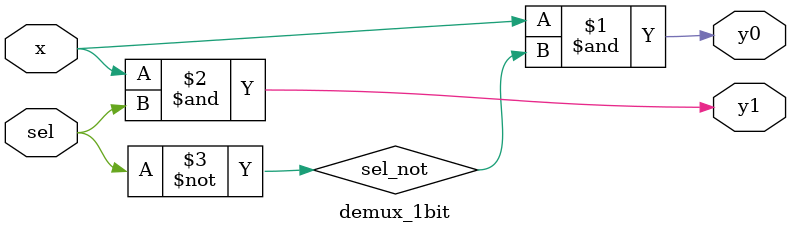
<source format=v>
module demux_1bit(
    input x,
    input sel,
    output y0,
    output y1
);
    wire sel_not;

    not not1 (sel_not, sel);
    and and1 (y0, x, sel_not);
    and and2 (y1, x, sel);
endmodule
</source>
